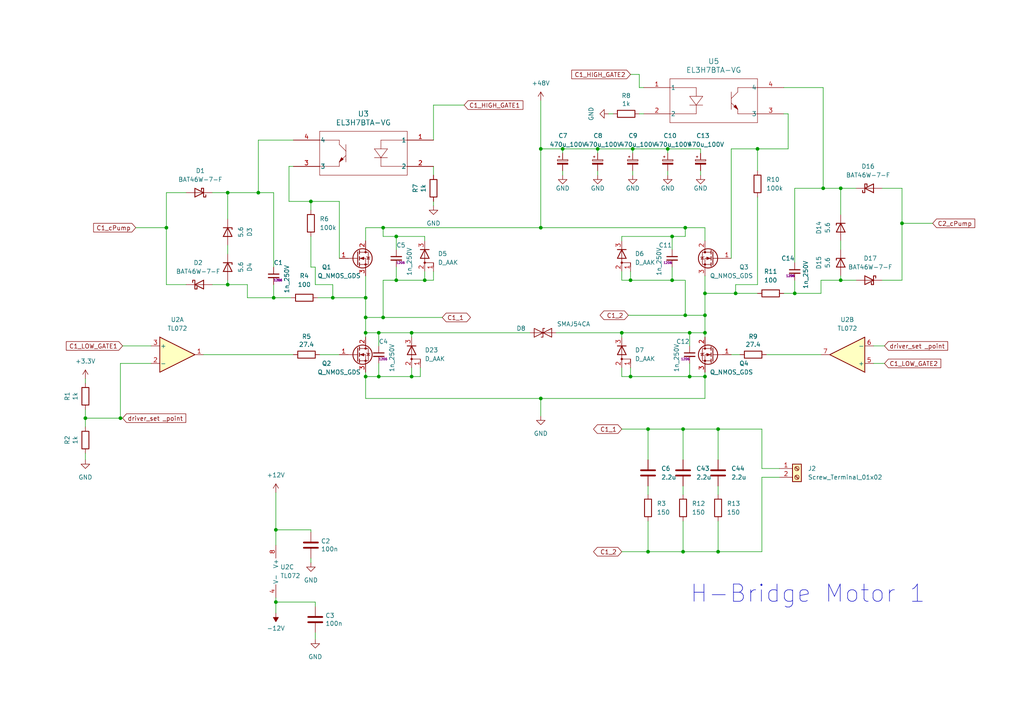
<source format=kicad_sch>
(kicad_sch (version 20231120) (generator "eeschema") (generator_version "8.0")
  (paper "A4")
  (lib_symbols
    (symbol "Amplifier_Operational:TL072" (pin_names (offset 0.127))
      (property "Reference" "U" (at 0 5.08 0))
      (property "Value" "TL072" (at 0 -5.08 0))
      (symbol "TL072_1_1"
        (polyline (pts (xy -5.08 5.08) (xy 5.08 0) (xy -5.08 -5.08) (xy -5.08 5.08)) (stroke (width 0.254)) (fill (type background)))
        (pin output line (at 7.62 0 180) (length 2.54) (name "~") (number "1"))
        (pin input line (at -7.62 -2.54 0) (length 2.54) (name "-") (number "2"))
        (pin input line (at -7.62 2.54 0) (length 2.54) (name "+") (number "3"))
      )
      (symbol "TL072_2_1"
        (polyline (pts (xy -5.08 5.08) (xy 5.08 0) (xy -5.08 -5.08) (xy -5.08 5.08)) (stroke (width 0.254)) (fill (type background)))
        (pin input line (at -7.62 2.54 0) (length 2.54) (name "+") (number "5"))
        (pin input line (at -7.62 -2.54 0) (length 2.54) (name "-") (number "6"))
        (pin output line (at 7.62 0 180) (length 2.54) (name "~") (number "7"))
      )
      (symbol "TL072_3_1"
        (pin power_in line (at -2.54 -7.62 90) (length 3.81) (name "V-") (number "4"))
        (pin power_in line (at -2.54 7.62 270) (length 3.81) (name "V+") (number "8"))
      )
    )
    (symbol "Connector:Screw_Terminal_01x02" (pin_names (offset 1.016) hide)
      (property "Reference" "J" (at 0 2.54 0))
      (property "Value" "Screw_Terminal_01x02" (at 0 -5.08 0))
      (symbol "Screw_Terminal_01x02_1_1"
        (rectangle (start -1.27 1.27) (end 1.27 -3.81) (stroke (width 0.254)) (fill (type background)))
        (circle (center 0 -2.54) (radius 0.635) (stroke (width 0.1524)))
        (polyline (pts (xy -0.5334 -2.2098) (xy 0.3302 -3.048)) (stroke (width 0.1524)))
        (polyline (pts (xy -0.5334 0.3302) (xy 0.3302 -0.508)) (stroke (width 0.1524)))
        (polyline (pts (xy -0.3556 -2.032) (xy 0.508 -2.8702)) (stroke (width 0.1524)))
        (polyline (pts (xy -0.3556 0.508) (xy 0.508 -0.3302)) (stroke (width 0.1524)))
        (circle (center 0 0) (radius 0.635) (stroke (width 0.1524)))
        (pin passive line (at -5.08 0 0) (length 3.81) (name "Pin_1") (number "1"))
        (pin passive line (at -5.08 -2.54 0) (length 3.81) (name "Pin_2") (number "2"))
      )
    )
    (symbol "DCI_BDCC01:1n_250V_C915351" (pin_numbers hide) (pin_names (offset 0.254) hide)
      (property "Reference" "C" (at 0.254 1.778 0))
      (property "Value" "1n_250V" (at 0.254 -2.032 0))
      (property "Size" "1206" (at 1.27 -1.27 0))
      (symbol "1n_250V_C915351_0_1"
        (polyline (pts (xy -1.524 -0.508) (xy 1.524 -0.508)) (stroke (width 0.3302)))
        (polyline (pts (xy -1.524 0.508) (xy 1.524 0.508)) (stroke (width 0.3048)))
      )
      (symbol "1n_250V_C915351_1_1"
        (pin passive line (at 0 2.54 270) (length 2.032) (name "~") (number "1"))
        (pin passive line (at 0 -2.54 90) (length 2.032) (name "~") (number "2"))
      )
    )
    (symbol "DCI_BDCC01:330u_35V_C72510" (pin_numbers hide) (pin_names (offset 0.254) hide)
      (property "Reference" "C" (at 0.254 1.778 0))
      (property "Value" "330u_35V" (at 0.254 -2.032 0))
      (symbol "330u_35V_C72510_0_1"
        (rectangle (start -1.524 -0.3048) (end 1.524 -0.6858) (fill (type outline)))
        (rectangle (start -1.524 0.6858) (end 1.524 0.3048))
        (polyline (pts (xy -1.27 1.524) (xy -0.762 1.524)))
        (polyline (pts (xy -1.016 1.27) (xy -1.016 1.778)))
      )
      (symbol "330u_35V_C72510_1_1"
        (pin passive line (at 0 2.54 270) (length 1.8542) (name "~") (number "1"))
        (pin passive line (at 0 -2.54 90) (length 1.8542) (name "~") (number "2"))
      )
    )
    (symbol "DCI_BDCC01:SMCJ24CA_C707996" (pin_numbers hide) (pin_names (offset 1.016) hide)
      (property "Reference" "D" (at 0 2.54 0))
      (property "Value" "SMCJ24CA" (at 0 -2.54 0))
      (symbol "SMCJ24CA_C707996_0_1"
        (polyline (pts (xy 1.27 0) (xy -1.27 0)))
        (polyline (pts (xy -2.54 -1.27) (xy 0 0) (xy -2.54 1.27) (xy -2.54 -1.27)) (stroke (width 0.2032)))
        (polyline (pts (xy 0.508 1.27) (xy 0 1.27) (xy 0 -1.27) (xy -0.508 -1.27)) (stroke (width 0.2032)))
        (polyline (pts (xy 2.54 1.27) (xy 2.54 -1.27) (xy 0 0) (xy 2.54 1.27)) (stroke (width 0.2032)))
      )
      (symbol "SMCJ24CA_C707996_1_1"
        (pin passive line (at -3.81 0 0) (length 2.54) (name "A1") (number "1"))
        (pin passive line (at 3.81 0 180) (length 2.54) (name "A2") (number "2"))
      )
    )
    (symbol "Device:C" (pin_numbers hide) (pin_names (offset 0.254))
      (property "Reference" "C" (at 0.635 2.54 0))
      (property "Value" "C" (at 0.635 -2.54 0))
      (symbol "C_0_1"
        (polyline (pts (xy -2.032 -0.762) (xy 2.032 -0.762)) (stroke (width 0.508)))
        (polyline (pts (xy -2.032 0.762) (xy 2.032 0.762)) (stroke (width 0.508)))
      )
      (symbol "C_1_1"
        (pin passive line (at 0 3.81 270) (length 2.794) (name "~") (number "1"))
        (pin passive line (at 0 -3.81 90) (length 2.794) (name "~") (number "2"))
      )
    )
    (symbol "Device:D_AAK" (pin_names (offset 0) hide)
      (property "Reference" "D" (at 0 2.54 0))
      (property "Value" "D_AAK" (at 0 -2.54 0))
      (symbol "D_AAK_0_1"
        (polyline (pts (xy -1.27 1.27) (xy -1.27 -1.27)) (stroke (width 0.254)))
        (polyline (pts (xy 1.27 1.27) (xy 1.27 -1.27) (xy -1.27 0) (xy 1.27 1.27)) (stroke (width 0.254)))
        (polyline (pts (xy 3.81 2.54) (xy 2.54 2.54) (xy 2.54 0) (xy -1.27 0)))
        (circle (center 2.54 0) (radius 0.254) (fill (type outline)))
      )
      (symbol "D_AAK_1_1"
        (pin passive line (at 5.08 2.54 180) (length 2.54) (name "A") (number "1"))
        (pin passive line (at 5.08 0 180) (length 2.54) (name "A") (number "2"))
        (pin passive line (at -3.81 0 0) (length 2.54) (name "K") (number "3"))
      )
    )
    (symbol "Device:D_Schottky" (pin_numbers hide) (pin_names (offset 1.016) hide)
      (property "Reference" "D" (at 0 2.54 0))
      (property "Value" "D_Schottky" (at 0 -2.54 0))
      (symbol "D_Schottky_0_1"
        (polyline (pts (xy 1.27 0) (xy -1.27 0)))
        (polyline (pts (xy 1.27 1.27) (xy 1.27 -1.27) (xy -1.27 0) (xy 1.27 1.27)) (stroke (width 0.254)))
        (polyline (pts (xy -1.905 0.635) (xy -1.905 1.27) (xy -1.27 1.27) (xy -1.27 -1.27) (xy -0.635 -1.27) (xy -0.635 -0.635)) (stroke (width 0.254)))
      )
      (symbol "D_Schottky_1_1"
        (pin passive line (at -3.81 0 0) (length 2.54) (name "K") (number "1"))
        (pin passive line (at 3.81 0 180) (length 2.54) (name "A") (number "2"))
      )
    )
    (symbol "Device:D_Zener" (pin_numbers hide) (pin_names (offset 1.016) hide)
      (property "Reference" "D" (at 0 2.54 0))
      (property "Value" "D_Zener" (at 0 -2.54 0))
      (symbol "D_Zener_0_1"
        (polyline (pts (xy 1.27 0) (xy -1.27 0)))
        (polyline (pts (xy -1.27 -1.27) (xy -1.27 1.27) (xy -0.762 1.27)) (stroke (width 0.254)))
        (polyline (pts (xy 1.27 -1.27) (xy 1.27 1.27) (xy -1.27 0) (xy 1.27 -1.27)) (stroke (width 0.254)))
      )
      (symbol "D_Zener_1_1"
        (pin passive line (at -3.81 0 0) (length 2.54) (name "K") (number "1"))
        (pin passive line (at 3.81 0 180) (length 2.54) (name "A") (number "2"))
      )
    )
    (symbol "Device:Q_NMOS_GDS" (pin_names (offset 0) hide)
      (property "Reference" "Q" (at 5.08 1.27 0))
      (property "Value" "Q_NMOS_GDS" (at 5.08 -1.27 0))
      (symbol "Q_NMOS_GDS_0_1"
        (polyline (pts (xy 0.254 0) (xy -2.54 0)))
        (polyline (pts (xy 0.254 1.905) (xy 0.254 -1.905)) (stroke (width 0.254)))
        (polyline (pts (xy 0.762 -1.27) (xy 0.762 -2.286)) (stroke (width 0.254)))
        (polyline (pts (xy 0.762 0.508) (xy 0.762 -0.508)) (stroke (width 0.254)))
        (polyline (pts (xy 0.762 2.286) (xy 0.762 1.27)) (stroke (width 0.254)))
        (polyline (pts (xy 2.54 2.54) (xy 2.54 1.778)))
        (polyline (pts (xy 2.54 -2.54) (xy 2.54 0) (xy 0.762 0)))
        (polyline (pts (xy 0.762 -1.778) (xy 3.302 -1.778) (xy 3.302 1.778) (xy 0.762 1.778)))
        (polyline (pts (xy 1.016 0) (xy 2.032 0.381) (xy 2.032 -0.381) (xy 1.016 0)) (fill (type outline)))
        (polyline (pts (xy 2.794 0.508) (xy 2.921 0.381) (xy 3.683 0.381) (xy 3.81 0.254)))
        (polyline (pts (xy 3.302 0.381) (xy 2.921 -0.254) (xy 3.683 -0.254) (xy 3.302 0.381)))
        (circle (center 1.651 0) (radius 2.794) (stroke (width 0.254)))
        (circle (center 2.54 -1.778) (radius 0.254) (fill (type outline)))
        (circle (center 2.54 1.778) (radius 0.254) (fill (type outline)))
      )
      (symbol "Q_NMOS_GDS_1_1"
        (pin input line (at -5.08 0 0) (length 2.54) (name "G") (number "1"))
        (pin passive line (at 2.54 5.08 270) (length 2.54) (name "D") (number "2"))
        (pin passive line (at 2.54 -5.08 90) (length 2.54) (name "S") (number "3"))
      )
    )
    (symbol "Device:R" (pin_numbers hide) (pin_names (offset 0))
      (property "Reference" "R" (at 2.032 0 90))
      (property "Value" "R" (at 0 0 90))
      (symbol "R_0_1"
        (rectangle (start -1.016 -2.54) (end 1.016 2.54) (stroke (width 0.254)))
      )
      (symbol "R_1_1"
        (pin passive line (at 0 3.81 270) (length 1.27) (name "~") (number "1"))
        (pin passive line (at 0 -3.81 90) (length 1.27) (name "~") (number "2"))
      )
    )
    (symbol "OpenPEMF_sym:EL3H7BTA-VG" (pin_names (offset 0.254))
      (property "Reference" "U" (at 20.32 10.16 0))
      (property "Value" "EL3H7BTA-VG" (at 20.32 7.62 0))
      (symbol "EL3H7BTA-VG_0_1"
        (polyline (pts (xy 7.62 -7.62) (xy 33.02 -7.62)) (stroke (width 0.127)))
        (polyline (pts (xy 7.62 -5.08) (xy 15.24 -5.08)) (stroke (width 0.127)))
        (polyline (pts (xy 7.62 2.54) (xy 15.24 2.54)) (stroke (width 0.127)))
        (polyline (pts (xy 7.62 5.08) (xy 7.62 -7.62)) (stroke (width 0.127)))
        (polyline (pts (xy 13.335 -2.54) (xy 17.145 -2.54)) (stroke (width 0.127)))
        (polyline (pts (xy 13.335 0) (xy 17.145 0)) (stroke (width 0.127)))
        (polyline (pts (xy 15.24 -5.08) (xy 15.24 -2.54)) (stroke (width 0.127)))
        (polyline (pts (xy 15.24 -2.54) (xy 13.335 0)) (stroke (width 0.127)))
        (polyline (pts (xy 15.24 -2.54) (xy 17.145 0)) (stroke (width 0.127)))
        (polyline (pts (xy 15.24 2.54) (xy 15.24 0)) (stroke (width 0.127)))
        (polyline (pts (xy 25.4 -3.175) (xy 25.4 -3.81)) (stroke (width 0.127)))
        (polyline (pts (xy 25.4 -1.905) (xy 27.305 -3.81)) (stroke (width 0.127)))
        (polyline (pts (xy 25.4 -0.635) (xy 25.4 -3.175)) (stroke (width 0.127)))
        (polyline (pts (xy 25.4 -0.635) (xy 25.4 1.27)) (stroke (width 0.127)))
        (polyline (pts (xy 26.162 -3.048) (xy 27.305 -3.81)) (stroke (width 0.127)))
        (polyline (pts (xy 26.67 -2.54) (xy 26.162 -3.048)) (stroke (width 0.127)))
        (polyline (pts (xy 27.305 -5.08) (xy 27.305 -3.81)) (stroke (width 0.127)))
        (polyline (pts (xy 27.305 -3.81) (xy 26.67 -2.54)) (stroke (width 0.127)))
        (polyline (pts (xy 27.305 1.27) (xy 25.4 -0.635)) (stroke (width 0.127)))
        (polyline (pts (xy 27.305 2.54) (xy 27.305 1.27)) (stroke (width 0.127)))
        (polyline (pts (xy 33.02 -7.62) (xy 33.02 5.08)) (stroke (width 0.127)))
        (polyline (pts (xy 33.02 -5.08) (xy 27.305 -5.08)) (stroke (width 0.127)))
        (polyline (pts (xy 33.02 2.54) (xy 27.305 2.54)) (stroke (width 0.127)))
        (polyline (pts (xy 33.02 5.08) (xy 7.62 5.08)) (stroke (width 0.127)))
        (polyline (pts (xy 26.162 -3.048) (xy 26.67 -2.54) (xy 27.305 -3.81)) (fill (type outline)))
        (pin unspecified line (at 0 2.54 0) (length 7.62) (name "1") (number "1"))
        (pin unspecified line (at 0 -5.08 0) (length 7.62) (name "2") (number "2"))
        (pin unspecified line (at 40.64 -5.08 180) (length 7.62) (name "3") (number "3"))
        (pin unspecified line (at 40.64 2.54 180) (length 7.62) (name "4") (number "4"))
      )
    )
    (symbol "power:+12V" (power) (pin_names (offset 0))
      (property "Value" "+12V" (at 0 3.556 0))
      (symbol "+12V_0_1"
        (polyline (pts (xy -0.762 1.27) (xy 0 2.54)))
        (polyline (pts (xy 0 0) (xy 0 2.54)))
        (polyline (pts (xy 0 2.54) (xy 0.762 1.27)))
      )
      (symbol "+12V_1_1"
        (pin power_in line (at 0 0 90) (length 0) hide (name "+12V") (number "1"))
      )
    )
    (symbol "power:+3.3V" (power) (pin_names (offset 0))
      (property "Value" "+3.3V" (at 0 3.556 0))
      (symbol "+3.3V_0_1"
        (polyline (pts (xy -0.762 1.27) (xy 0 2.54)))
        (polyline (pts (xy 0 0) (xy 0 2.54)))
        (polyline (pts (xy 0 2.54) (xy 0.762 1.27)))
      )
      (symbol "+3.3V_1_1"
        (pin power_in line (at 0 0 90) (length 0) hide (name "+3.3V") (number "1"))
      )
    )
    (symbol "power:+48V" (power) (pin_names (offset 0))
      (property "Value" "+48V" (at 0 3.556 0))
      (symbol "+48V_0_1"
        (polyline (pts (xy -0.762 1.27) (xy 0 2.54)))
        (polyline (pts (xy 0 0) (xy 0 2.54)))
        (polyline (pts (xy 0 2.54) (xy 0.762 1.27)))
      )
      (symbol "+48V_1_1"
        (pin power_in line (at 0 0 90) (length 0) hide (name "+48V") (number "1"))
      )
    )
    (symbol "power:-12V" (power) (pin_names (offset 0))
      (property "Value" "-12V" (at 0 3.81 0))
      (symbol "-12V_0_0"
        (pin power_in line (at 0 0 90) (length 0) hide (name "-12V") (number "1"))
      )
      (symbol "-12V_0_1"
        (polyline (pts (xy 0 0) (xy 0 1.27) (xy 0.762 1.27) (xy 0 2.54) (xy -0.762 1.27) (xy 0 1.27)) (fill (type outline)))
      )
    )
    (symbol "power:GND" (power) (pin_names (offset 0))
      (property "Value" "GND" (at 0 -3.81 0))
      (symbol "GND_0_1"
        (polyline (pts (xy 0 0) (xy 0 -1.27) (xy 1.27 -1.27) (xy 0 -2.54) (xy -1.27 -1.27) (xy 0 -1.27)))
      )
      (symbol "GND_1_1"
        (pin power_in line (at 0 0 270) (length 0) hide (name "GND") (number "1"))
      )
    )
  )
  (junction (at 156.845 43.18))
  (junction (at 183.515 43.18))
  (junction (at 243.84 81.28))
  (junction (at 230.505 85.09))
  (junction (at 48.26 66.04))
  (junction (at 66.04 82.55))
  (junction (at 111.125 92.075))
  (junction (at 119.38 96.52))
  (junction (at 204.47 96.52))
  (junction (at 109.855 96.52))
  (junction (at 80.01 174.625))
  (junction (at 200.025 96.52))
  (junction (at 187.96 124.46))
  (junction (at 198.12 160.02))
  (junction (at 123.19 81.28))
  (junction (at 34.925 121.285))
  (junction (at 24.765 121.285))
  (junction (at 238.76 54.61))
  (junction (at 208.28 160.02))
  (junction (at 204.47 91.44))
  (junction (at 80.01 153.67))
  (junction (at 173.355 43.18))
  (junction (at 79.375 86.36))
  (junction (at 198.755 66.04))
  (junction (at 208.28 124.46))
  (junction (at 180.34 96.52))
  (junction (at 106.045 86.36))
  (junction (at 204.47 85.09))
  (junction (at 156.845 66.04))
  (junction (at 106.045 109.22))
  (junction (at 204.47 109.22))
  (junction (at 66.04 55.88))
  (junction (at 200.025 109.22))
  (junction (at 106.045 96.52))
  (junction (at 119.38 109.22))
  (junction (at 109.855 109.22))
  (junction (at 156.845 115.57))
  (junction (at 198.755 91.44))
  (junction (at 194.945 81.28))
  (junction (at 90.17 58.42))
  (junction (at 261.62 64.77))
  (junction (at 193.675 43.18))
  (junction (at 106.045 92.075))
  (junction (at 114.935 68.58))
  (junction (at 187.96 160.02))
  (junction (at 111.125 66.04))
  (junction (at 182.88 81.28))
  (junction (at 74.93 55.88))
  (junction (at 198.12 124.46))
  (junction (at 114.935 81.28))
  (junction (at 194.945 68.58))
  (junction (at 243.84 54.61))
  (junction (at 213.36 85.09))
  (junction (at 219.71 43.18))
  (junction (at 96.52 86.36))
  (junction (at 182.88 109.22))
  (junction (at 163.195 43.18))
  (wire (pts (xy 114.935 77.47) (xy 114.935 81.28)))
  (wire (pts (xy 125.73 30.48) (xy 134.62 30.48)))
  (wire (pts (xy 180.34 78.74) (xy 180.34 81.28)))
  (wire (pts (xy 119.38 106.68) (xy 119.38 109.22)))
  (wire (pts (xy 111.125 68.58) (xy 114.935 68.58)))
  (wire (pts (xy 90.17 58.42) (xy 98.425 58.42)))
  (wire (pts (xy 121.92 109.22) (xy 119.38 109.22)))
  (wire (pts (xy 66.04 71.12) (xy 66.04 73.66)))
  (wire (pts (xy 91.44 77.47) (xy 91.44 82.55)))
  (wire (pts (xy 125.73 78.74) (xy 125.73 81.28)))
  (wire (pts (xy 208.28 140.97) (xy 208.28 143.51)))
  (wire (pts (xy 71.755 86.36) (xy 79.375 86.36)))
  (wire (pts (xy 248.285 81.28) (xy 243.84 81.28)))
  (wire (pts (xy 90.17 77.47) (xy 91.44 77.47)))
  (wire (pts (xy 182.245 91.44) (xy 198.755 91.44)))
  (wire (pts (xy 61.595 82.55) (xy 66.04 82.55)))
  (wire (pts (xy 111.125 81.28) (xy 111.125 92.075)))
  (wire (pts (xy 66.04 55.88) (xy 74.93 55.88)))
  (wire (pts (xy 24.765 118.745) (xy 24.765 121.285)))
  (wire (pts (xy 163.195 43.18) (xy 173.355 43.18)))
  (wire (pts (xy 71.755 82.55) (xy 71.755 86.36)))
  (wire (pts (xy 261.62 54.61) (xy 261.62 64.77)))
  (wire (pts (xy 111.125 66.04) (xy 156.845 66.04)))
  (wire (pts (xy 183.515 43.18) (xy 183.515 44.45)))
  (wire (pts (xy 204.47 96.52) (xy 200.025 96.52)))
  (wire (pts (xy 79.375 82.55) (xy 79.375 86.36)))
  (wire (pts (xy 125.73 58.42) (xy 125.73 59.69)))
  (wire (pts (xy 261.62 64.77) (xy 270.51 64.77)))
  (wire (pts (xy 125.73 30.48) (xy 125.73 40.64)))
  (wire (pts (xy 193.675 43.18) (xy 193.675 44.45)))
  (wire (pts (xy 194.945 68.58) (xy 194.945 72.39)))
  (wire (pts (xy 193.675 49.53) (xy 193.675 50.8)))
  (wire (pts (xy 219.71 43.18) (xy 219.71 49.53)))
  (wire (pts (xy 261.62 54.61) (xy 255.905 54.61)))
  (wire (pts (xy 80.01 174.625) (xy 80.01 177.8)))
  (wire (pts (xy 243.84 54.61) (xy 243.84 62.23)))
  (wire (pts (xy 204.47 66.04) (xy 204.47 69.85)))
  (wire (pts (xy 35.56 100.33) (xy 43.815 100.33)))
  (wire (pts (xy 156.845 43.18) (xy 156.845 66.04)))
  (wire (pts (xy 194.945 81.28) (xy 198.755 81.28)))
  (wire (pts (xy 48.26 55.88) (xy 48.26 66.04)))
  (wire (pts (xy 173.355 43.18) (xy 183.515 43.18)))
  (wire (pts (xy 182.88 109.22) (xy 180.34 109.22)))
  (wire (pts (xy 230.505 54.61) (xy 230.505 76.2)))
  (wire (pts (xy 123.19 68.58) (xy 114.935 68.58)))
  (wire (pts (xy 198.755 81.28) (xy 198.755 91.44)))
  (wire (pts (xy 230.505 85.09) (xy 227.33 85.09)))
  (wire (pts (xy 204.47 80.01) (xy 204.47 85.09)))
  (wire (pts (xy 91.44 175.895) (xy 91.44 174.625)))
  (wire (pts (xy 204.47 115.57) (xy 204.47 109.22)))
  (wire (pts (xy 220.98 135.89) (xy 226.06 135.89)))
  (wire (pts (xy 121.92 106.68) (xy 121.92 109.22)))
  (wire (pts (xy 198.755 66.04) (xy 198.755 68.58)))
  (wire (pts (xy 66.04 82.55) (xy 71.755 82.55)))
  (wire (pts (xy 123.19 81.28) (xy 125.73 81.28)))
  (wire (pts (xy 114.935 81.28) (xy 123.19 81.28)))
  (wire (pts (xy 200.025 96.52) (xy 200.025 100.33)))
  (wire (pts (xy 106.045 96.52) (xy 109.855 96.52)))
  (wire (pts (xy 106.045 92.075) (xy 111.125 92.075)))
  (wire (pts (xy 187.96 140.97) (xy 187.96 143.51)))
  (wire (pts (xy 98.425 58.42) (xy 98.425 74.93)))
  (wire (pts (xy 204.47 85.09) (xy 204.47 91.44)))
  (wire (pts (xy 163.195 49.53) (xy 163.195 50.8)))
  (wire (pts (xy 212.09 43.18) (xy 212.09 74.93)))
  (wire (pts (xy 219.71 82.55) (xy 213.36 82.55)))
  (wire (pts (xy 187.96 124.46) (xy 187.96 133.35)))
  (wire (pts (xy 198.755 66.04) (xy 204.47 66.04)))
  (wire (pts (xy 203.2 43.18) (xy 203.2 44.45)))
  (wire (pts (xy 34.925 121.285) (xy 35.56 121.285)))
  (wire (pts (xy 200.025 105.41) (xy 200.025 109.22)))
  (wire (pts (xy 156.845 115.57) (xy 204.47 115.57)))
  (wire (pts (xy 173.355 43.18) (xy 173.355 44.45)))
  (wire (pts (xy 198.755 91.44) (xy 204.47 91.44)))
  (wire (pts (xy 91.44 183.515) (xy 91.44 185.42)))
  (wire (pts (xy 238.125 81.28) (xy 238.125 85.09)))
  (wire (pts (xy 92.71 102.87) (xy 98.425 102.87)))
  (wire (pts (xy 48.26 55.88) (xy 53.975 55.88)))
  (wire (pts (xy 156.845 115.57) (xy 156.845 120.65)))
  (wire (pts (xy 238.76 25.4) (xy 238.76 54.61)))
  (wire (pts (xy 90.17 58.42) (xy 90.17 60.96)))
  (wire (pts (xy 85.09 48.26) (xy 83.82 48.26)))
  (wire (pts (xy 227.33 33.02) (xy 228.6 33.02)))
  (wire (pts (xy 182.88 81.28) (xy 180.34 81.28)))
  (wire (pts (xy 106.045 96.52) (xy 106.045 97.79)))
  (wire (pts (xy 90.17 161.925) (xy 90.17 163.195)))
  (wire (pts (xy 238.125 85.09) (xy 230.505 85.09)))
  (wire (pts (xy 114.935 81.28) (xy 111.125 81.28)))
  (wire (pts (xy 180.34 124.46) (xy 187.96 124.46)))
  (wire (pts (xy 61.595 55.88) (xy 66.04 55.88)))
  (wire (pts (xy 185.42 33.02) (xy 186.69 33.02)))
  (wire (pts (xy 106.045 115.57) (xy 156.845 115.57)))
  (wire (pts (xy 194.945 77.47) (xy 194.945 81.28)))
  (wire (pts (xy 204.47 96.52) (xy 204.47 97.79)))
  (wire (pts (xy 96.52 82.55) (xy 96.52 86.36)))
  (wire (pts (xy 96.52 86.36) (xy 106.045 86.36)))
  (wire (pts (xy 185.42 25.4) (xy 186.69 25.4)))
  (wire (pts (xy 182.88 78.74) (xy 182.88 81.28)))
  (wire (pts (xy 177.8 33.02) (xy 176.53 33.02)))
  (wire (pts (xy 123.19 78.74) (xy 123.19 81.28)))
  (wire (pts (xy 180.34 106.68) (xy 180.34 109.22)))
  (wire (pts (xy 109.855 96.52) (xy 109.855 100.33)))
  (wire (pts (xy 156.845 29.21) (xy 156.845 43.18)))
  (wire (pts (xy 198.755 68.58) (xy 194.945 68.58)))
  (wire (pts (xy 182.88 109.22) (xy 200.025 109.22)))
  (wire (pts (xy 80.01 174.625) (xy 91.44 174.625)))
  (wire (pts (xy 80.01 153.67) (xy 80.01 158.115)))
  (wire (pts (xy 220.98 160.02) (xy 220.98 138.43)))
  (wire (pts (xy 80.01 173.355) (xy 80.01 174.625)))
  (wire (pts (xy 253.365 105.41) (xy 256.54 105.41)))
  (wire (pts (xy 185.42 21.59) (xy 185.42 25.4)))
  (wire (pts (xy 230.505 81.28) (xy 230.505 85.09)))
  (wire (pts (xy 83.82 58.42) (xy 90.17 58.42)))
  (wire (pts (xy 220.98 138.43) (xy 226.06 138.43)))
  (wire (pts (xy 213.36 85.09) (xy 219.71 85.09)))
  (wire (pts (xy 204.47 85.09) (xy 213.36 85.09)))
  (wire (pts (xy 90.17 154.305) (xy 90.17 153.67)))
  (wire (pts (xy 109.855 96.52) (xy 119.38 96.52)))
  (wire (pts (xy 208.28 160.02) (xy 220.98 160.02)))
  (wire (pts (xy 180.34 96.52) (xy 180.34 97.79)))
  (wire (pts (xy 253.365 100.33) (xy 256.54 100.33)))
  (wire (pts (xy 119.38 96.52) (xy 119.38 97.79)))
  (wire (pts (xy 53.975 82.55) (xy 48.26 82.55)))
  (wire (pts (xy 243.84 81.28) (xy 238.125 81.28)))
  (wire (pts (xy 238.76 54.61) (xy 230.505 54.61)))
  (wire (pts (xy 39.37 66.04) (xy 48.26 66.04)))
  (wire (pts (xy 255.905 81.28) (xy 261.62 81.28)))
  (wire (pts (xy 66.04 55.88) (xy 66.04 63.5)))
  (wire (pts (xy 91.44 82.55) (xy 96.52 82.55)))
  (wire (pts (xy 24.765 131.445) (xy 24.765 133.35)))
  (wire (pts (xy 109.855 105.41) (xy 109.855 109.22)))
  (wire (pts (xy 243.84 54.61) (xy 238.76 54.61)))
  (wire (pts (xy 243.84 69.85) (xy 243.84 72.39)))
  (wire (pts (xy 80.01 142.875) (xy 80.01 153.67)))
  (wire (pts (xy 106.045 107.95) (xy 106.045 109.22)))
  (wire (pts (xy 79.375 55.88) (xy 79.375 77.47)))
  (wire (pts (xy 90.17 68.58) (xy 90.17 77.47)))
  (wire (pts (xy 24.765 121.285) (xy 24.765 123.825)))
  (wire (pts (xy 180.34 68.58) (xy 194.945 68.58)))
  (wire (pts (xy 106.045 80.01) (xy 106.045 86.36)))
  (wire (pts (xy 83.82 48.26) (xy 83.82 58.42)))
  (wire (pts (xy 48.26 66.04) (xy 48.26 82.55)))
  (wire (pts (xy 182.88 21.59) (xy 185.42 21.59)))
  (wire (pts (xy 106.045 66.04) (xy 106.045 69.85)))
  (wire (pts (xy 198.12 124.46) (xy 208.28 124.46)))
  (wire (pts (xy 228.6 33.02) (xy 228.6 43.18)))
  (wire (pts (xy 198.12 160.02) (xy 208.28 160.02)))
  (wire (pts (xy 24.765 109.855) (xy 24.765 111.125)))
  (wire (pts (xy 208.28 124.46) (xy 208.28 133.35)))
  (wire (pts (xy 109.855 109.22) (xy 106.045 109.22)))
  (wire (pts (xy 34.925 105.41) (xy 43.815 105.41)))
  (wire (pts (xy 180.34 68.58) (xy 180.34 69.85)))
  (wire (pts (xy 220.98 124.46) (xy 220.98 135.89)))
  (wire (pts (xy 106.045 66.04) (xy 111.125 66.04)))
  (wire (pts (xy 213.36 82.55) (xy 213.36 85.09)))
  (wire (pts (xy 59.055 102.87) (xy 85.09 102.87)))
  (wire (pts (xy 198.12 151.13) (xy 198.12 160.02)))
  (wire (pts (xy 183.515 49.53) (xy 183.515 50.8)))
  (wire (pts (xy 208.28 124.46) (xy 220.98 124.46)))
  (wire (pts (xy 219.71 57.15) (xy 219.71 82.55)))
  (wire (pts (xy 187.96 124.46) (xy 198.12 124.46)))
  (wire (pts (xy 92.075 86.36) (xy 96.52 86.36)))
  (wire (pts (xy 125.73 48.26) (xy 125.73 50.8)))
  (wire (pts (xy 227.33 25.4) (xy 238.76 25.4)))
  (wire (pts (xy 228.6 43.18) (xy 219.71 43.18)))
  (wire (pts (xy 111.125 66.04) (xy 111.125 68.58)))
  (wire (pts (xy 66.04 82.55) (xy 66.04 81.28)))
  (wire (pts (xy 80.01 153.67) (xy 90.17 153.67)))
  (wire (pts (xy 180.34 160.02) (xy 187.96 160.02)))
  (wire (pts (xy 109.855 109.22) (xy 119.38 109.22)))
  (wire (pts (xy 219.71 43.18) (xy 212.09 43.18)))
  (wire (pts (xy 180.34 96.52) (xy 200.025 96.52)))
  (wire (pts (xy 183.515 43.18) (xy 193.675 43.18)))
  (wire (pts (xy 74.93 40.64) (xy 85.09 40.64)))
  (wire (pts (xy 212.09 102.87) (xy 214.63 102.87)))
  (wire (pts (xy 74.93 55.88) (xy 79.375 55.88)))
  (wire (pts (xy 182.88 81.28) (xy 194.945 81.28)))
  (wire (pts (xy 161.29 96.52) (xy 180.34 96.52)))
  (wire (pts (xy 222.25 102.87) (xy 238.125 102.87)))
  (wire (pts (xy 34.925 105.41) (xy 34.925 121.285)))
  (wire (pts (xy 261.62 64.77) (xy 261.62 81.28)))
  (wire (pts (xy 163.195 43.18) (xy 156.845 43.18)))
  (wire (pts (xy 198.12 140.97) (xy 198.12 143.51)))
  (wire (pts (xy 187.96 160.02) (xy 198.12 160.02)))
  (wire (pts (xy 156.845 66.04) (xy 198.755 66.04)))
  (wire (pts (xy 106.045 86.36) (xy 106.045 92.075)))
  (wire (pts (xy 187.96 151.13) (xy 187.96 160.02)))
  (wire (pts (xy 248.285 54.61) (xy 243.84 54.61)))
  (wire (pts (xy 79.375 86.36) (xy 84.455 86.36)))
  (wire (pts (xy 111.125 92.075) (xy 128.27 92.075)))
  (wire (pts (xy 106.045 92.075) (xy 106.045 96.52)))
  (wire (pts (xy 163.195 44.45) (xy 163.195 43.18)))
  (wire (pts (xy 203.2 49.53) (xy 203.2 50.8)))
  (wire (pts (xy 208.28 151.13) (xy 208.28 160.02)))
  (wire (pts (xy 243.84 81.28) (xy 243.84 80.01)))
  (wire (pts (xy 123.19 68.58) (xy 123.19 69.85)))
  (wire (pts (xy 106.045 109.22) (xy 106.045 115.57)))
  (wire (pts (xy 204.47 91.44) (xy 204.47 96.52)))
  (wire (pts (xy 198.12 124.46) (xy 198.12 133.35)))
  (wire (pts (xy 74.93 55.88) (xy 74.93 40.64)))
  (wire (pts (xy 182.88 106.68) (xy 182.88 109.22)))
  (wire (pts (xy 204.47 109.22) (xy 204.47 107.95)))
  (wire (pts (xy 200.025 109.22) (xy 204.47 109.22)))
  (wire (pts (xy 173.355 49.53) (xy 173.355 50.8)))
  (wire (pts (xy 193.675 43.18) (xy 203.2 43.18)))
  (wire (pts (xy 114.935 68.58) (xy 114.935 72.39)))
  (wire (pts (xy 119.38 96.52) (xy 153.67 96.52)))
  (wire (pts (xy 34.925 121.285) (xy 24.765 121.285)))
  (text "H-Bridge Motor 1" (at 200.025 175.26 0) (effects (font (size 5 5)) (justify left bottom)))
  (global_label "C1_LOW_GATE1" (shape input) (at 35.56 100.33 180) (property "Intersheetrefs" "${INTERSHEET_REFS}" (effects (hide yes))))
  (global_label "C1_1" (shape tri_state) (at 128.27 92.075 0) (property "Intersheetrefs" "${INTERSHEET_REFS}" (effects (hide yes))))
  (global_label "C1_1" (shape tri_state) (at 180.34 124.46 180) (property "Intersheetrefs" "${INTERSHEET_REFS}" (effects (hide yes))))
  (global_label "C1_2" (shape tri_state) (at 180.34 160.02 180) (property "Intersheetrefs" "${INTERSHEET_REFS}" (effects (hide yes))))
  (global_label "driver_set _point" (shape input) (at 256.54 100.33 0) (property "Intersheetrefs" "${INTERSHEET_REFS}" (effects (hide yes))))
  (global_label "C1_2" (shape tri_state) (at 182.245 91.44 180) (property "Intersheetrefs" "${INTERSHEET_REFS}" (effects (hide yes))))
  (global_label "C1_HIGH_GATE1" (shape input) (at 134.62 30.48 0) (property "Intersheetrefs" "${INTERSHEET_REFS}" (effects (hide yes))))
  (global_label "C1_HIGH_GATE2" (shape input) (at 182.88 21.59 180) (property "Intersheetrefs" "${INTERSHEET_REFS}" (effects (hide yes))))
  (global_label "C1_LOW_GATE2" (shape input) (at 256.54 105.41 0) (property "Intersheetrefs" "${INTERSHEET_REFS}" (effects (hide yes))))
  (global_label "C1_cPump" (shape input) (at 39.37 66.04 180) (property "Intersheetrefs" "${INTERSHEET_REFS}" (effects (hide yes))))
  (global_label "driver_set _point" (shape input) (at 35.56 121.285 0) (property "Intersheetrefs" "${INTERSHEET_REFS}" (effects (hide yes))))
  (global_label "C2_cPump" (shape input) (at 270.51 64.77 0) (property "Intersheetrefs" "${INTERSHEET_REFS}" (effects (hide yes))))
  (symbol (lib_id "power:-12V") (at 80.01 177.8 180) (unit 1)
    (property "Reference" "#PWR06" (effects (hide yes)))
    (property "Value" "-12V" (at 80.01 182.245 0))
  )
  (symbol (lib_id "Device:D_Schottky") (at 57.785 82.55 0) (unit 1)
    (property "Reference" "D2" (at 57.4675 76.2 0))
    (property "Value" "BAT46W-7-F" (at 57.4675 78.74 0))
    (property "Footprint" "Diode_SMD:D_SOD-123" (effects (hide yes)))
    (property "Field4" "C83152" (effects (hide yes)))
    (property "Field5" "C83152" (effects (hide yes)))
  )
  (symbol (lib_id "DCI_BDCC01:1n_250V_C915351") (at 114.935 74.93 0) (unit 1)
    (property "Reference" "C5" (at 114.935 71.12 0) (effects (justify left)))
    (property "Value" "1n_250V" (at 118.745 80.01 90) (effects (justify left)))
    (property "Footprint" "Capacitor_SMD:C_1206_3216Metric" (effects (hide yes)))
    (property "Datasheet" "https://datasheet.lcsc.com/lcsc/2011041535_Walsin-Tech-Corp-1206B102K251CT_C915351.pdf" (effects (hide yes)))
    (property "MOC" "1206B102K251CT, C915351" (effects (hide yes)))
    (property "Supplier" "JLCPCB" (effects (hide yes)))
    (property "Size" "1206" (at 114.935 76.2 0) (effects (font (size 0.635 0.635)) (justify left)))
    (property "Field5" "C915351" (effects (hide yes)))
    (instances (project "OpenPEMF" (path "" (reference "C5") (unit 1))) (project "DCI_BDCC01" (path "" (reference "C36") (unit 1))))
  )
  (symbol (lib_id "DCI_BDCC01:330u_35V_C72510") (at 203.2 46.99 0) (unit 1)
    (property "Reference" "C13" (at 201.93 39.37 0) (effects (justify left)))
    (property "Value" "470u_100V" (at 199.39 41.91 0) (effects (justify left)))
    (property "Footprint" "Capacitor_THT:CP_Radial_D16.0mm_P7.50mm" (effects (hide yes)))
    (property "MOC" "C340709" (effects (hide yes)))
    (property "Supplier" "JLCPCB" (effects (hide yes)))
    (property "Field5" "C340709" (effects (hide yes)))
    (instances (project "OpenPEMF" (path "" (reference "C13") (unit 1))) (project "DCI_BDCC01" (path "" (reference "C1") (unit 1)) (path "" (reference "C11") (unit 1))))
  )
  (symbol (lib_id "Device:R") (at 88.9 102.87 270) (unit 1)
    (property "Reference" "R5" (at 88.9 97.6122 90))
    (property "Value" "27.4" (at 88.9 99.9236 90))
    (property "Footprint" "Resistor_SMD:R_0402_1005Metric" (effects (hide yes)))
    (property "Field4" "C172043" (effects (hide yes)))
    (property "Field5" "C172043" (effects (hide yes)))
  )
  (symbol (lib_id "Device:D_Schottky") (at 57.785 55.88 180) (unit 1)
    (property "Reference" "D1" (at 58.1025 49.53 0))
    (property "Value" "BAT46W-7-F" (at 58.1025 52.07 0))
    (property "Footprint" "Diode_SMD:D_SOD-123" (effects (hide yes)))
    (property "Field4" "C83152" (effects (hide yes)))
    (property "Field5" "C83152" (effects (hide yes)))
  )
  (symbol (lib_id "Device:R") (at 24.765 114.935 0) (unit 1)
    (property "Reference" "R1" (at 19.5072 114.935 90))
    (property "Value" "1k" (at 21.8186 114.935 90))
    (property "Footprint" "Resistor_SMD:R_0603_1608Metric" (effects (hide yes)))
    (property "Field4" "C21190" (effects (hide yes)))
    (property "Field5" "C21190" (effects (hide yes)))
  )
  (symbol (lib_id "power:GND") (at 156.845 120.65 0) (unit 1)
    (property "Reference" "#PWR014" (effects (hide yes)))
    (property "Value" "GND" (at 156.845 125.73 0))
    (instances (project "OpenPEMF" (path "" (reference "#PWR014") (unit 1))) (project "DCI_BDCC01" (path "" (reference "#PWR06") (unit 1))))
  )
  (symbol (lib_id "Device:R") (at 88.265 86.36 90) (unit 1)
    (property "Reference" "R4" (at 88.265 80.01 90))
    (property "Value" "100" (at 88.265 82.55 90))
    (property "Footprint" "Resistor_SMD:R_0402_1005Metric" (effects (hide yes)))
    (property "Field4" "C25076" (effects (hide yes)))
    (property "Field5" "C25076" (effects (hide yes)))
  )
  (symbol (lib_id "power:GND") (at 163.195 50.8 0) (unit 1)
    (property "Reference" "#PWR015" (effects (hide yes)))
    (property "Value" "GND" (at 163.195 54.61 0))
    (instances (project "OpenPEMF" (path "" (reference "#PWR015") (unit 1))) (project "DCI_BDCC01" (path "" (reference "#PWR0197") (unit 1))))
  )
  (symbol (lib_id "Device:Q_NMOS_GDS") (at 103.505 74.93 0) (unit 1)
    (property "Reference" "Q1" (at 93.345 77.47 0) (effects (justify left)))
    (property "Value" "Q_NMOS_GDS" (at 92.075 80.01 0) (effects (justify left)))
    (property "Footprint" "Package_TO_SOT_SMD:TO-263-2" (effects (hide yes)))
    (property "Field4" "C538034" (effects (hide yes)))
    (property "Field5" "C538034" (effects (hide yes)))
  )
  (symbol (lib_id "Device:R") (at 223.52 85.09 270) (mirror x) (unit 1)
    (property "Reference" "R11" (at 223.52 78.74 90))
    (property "Value" "100" (at 223.52 81.28 90))
    (property "Footprint" "Resistor_SMD:R_0402_1005Metric" (effects (hide yes)))
    (property "Field4" "C25076" (effects (hide yes)))
    (property "Field5" "C25076" (effects (hide yes)))
  )
  (symbol (lib_id "Connector:Screw_Terminal_01x02") (at 231.14 135.89 0) (unit 1)
    (property "Reference" "J2" (at 234.315 135.89 0) (effects (justify left)))
    (property "Value" "Screw_Terminal_01x02" (at 234.315 138.43 0) (effects (justify left)))
    (property "Footprint" "TerminalBlock_Phoenix:TerminalBlock_Phoenix_MKDS-1,5-2-5.08_1x02_P5.08mm_Horizontal" (effects (hide yes)))
    (property "Field4" "C430601" (effects (hide yes)))
    (property "Field5" "C430601" (effects (hide yes)))
  )
  (symbol (lib_id "Amplifier_Operational:TL072") (at 245.745 102.87 180) (unit 2)
    (property "Reference" "U2" (at 245.745 92.71 0))
    (property "Value" "TL072" (at 245.745 95.25 0))
    (property "Footprint" "Package_SO:SOIC-8_3.9x4.9mm_P1.27mm" (effects (hide yes)))
    (property "Datasheet" "http://www.ti.com/lit/ds/symlink/tl071.pdf" (effects (hide yes)))
    (property "Field4" "C6961" (effects (hide yes)))
    (property "Field5" "C6961" (effects (hide yes)))
  )
  (symbol (lib_id "DCI_BDCC01:1n_250V_C915351") (at 230.505 78.74 0) (mirror y) (unit 1)
    (property "Reference" "C14" (at 230.505 74.93 0) (effects (justify left)))
    (property "Value" "1n_250V" (at 233.68 83.82 90) (effects (justify left)))
    (property "Footprint" "Capacitor_SMD:C_1206_3216Metric" (effects (hide yes)))
    (property "Datasheet" "https://datasheet.lcsc.com/lcsc/2011041535_Walsin-Tech-Corp-1206B102K251CT_C915351.pdf" (effects (hide yes)))
    (property "MOC" "1206B102K251CT, C915351" (effects (hide yes)))
    (property "Supplier" "JLCPCB" (effects (hide yes)))
    (property "Size" "1206" (at 230.505 80.01 0) (effects (font (size 0.635 0.635)) (justify left)))
    (property "Field5" "C915351" (effects (hide yes)))
    (instances (project "OpenPEMF" (path "" (reference "C14") (unit 1))) (project "DCI_BDCC01" (path "" (reference "C36") (unit 1))))
  )
  (symbol (lib_id "Device:D_Zener") (at 66.04 77.47 270) (unit 1)
    (property "Reference" "D4" (at 72.39 77.47 0))
    (property "Value" "5.6" (at 69.85 77.47 0))
    (property "Footprint" "Diode_SMD:D_MiniMELF" (effects (hide yes)))
    (property "Field4" "C2982194" (effects (hide yes)))
    (property "Field5" "C2982194" (effects (hide yes)))
  )
  (symbol (lib_id "OpenPEMF_sym:EL3H7BTA-VG") (at 186.69 27.94 0) (unit 1)
    (property "Reference" "U5" (at 207.01 17.78 0) (effects (font (size 1.524 1.524))))
    (property "Value" "EL3H7BTA-VG" (at 207.01 20.32 0) (effects (font (size 1.524 1.524))))
    (property "Footprint" "OpenPEMFfp:SOIC_BTA-VG_EVS" (effects (hide yes)))
    (property "Datasheet" "EL3H7BTA-VG" (effects (hide yes)))
    (property "Field4" "C32565" (effects (hide yes)))
    (property "Field5" "C32565" (effects (hide yes)))
  )
  (symbol (lib_id "Device:D_AAK") (at 123.19 73.66 270) (unit 1)
    (property "Reference" "D5" (at 127 73.5964 90) (effects (justify left)))
    (property "Value" "D_AAK" (at 127 76.1364 90) (effects (justify left)))
    (property "Footprint" "Package_TO_SOT_SMD:TO-277A" (effects (hide yes)))
    (property "Description" "Diode, anode on pins 1 and 2" (effects (hide yes)))
    (property "Field5" "C2693410" (effects (hide yes)))
    (property "Field6" "ST20100L" (effects (hide yes)))
  )
  (symbol (lib_id "Device:R") (at 219.71 53.34 0) (unit 1)
    (property "Reference" "R10" (at 222.25 52.07 0) (effects (justify left)))
    (property "Value" "100k" (at 222.25 54.61 0) (effects (justify left)))
    (property "Footprint" "Capacitor_SMD:C_0603_1608Metric" (effects (hide yes)))
    (property "Field4" "C25803" (effects (hide yes)))
    (property "Field5" "C25803" (effects (hide yes)))
  )
  (symbol (lib_id "power:GND") (at 90.17 163.195 0) (unit 1)
    (property "Reference" "#PWR07" (effects (hide yes)))
    (property "Value" "GND" (at 90.17 168.275 0))
    (instances (project "OpenPEMF" (path "" (reference "#PWR07") (unit 1))) (project "DCI_BDCC01" (path "" (reference "#PWR06") (unit 1))))
  )
  (symbol (lib_id "power:GND") (at 203.2 50.8 0) (unit 1)
    (property "Reference" "#PWR020" (effects (hide yes)))
    (property "Value" "GND" (at 203.2 54.61 0))
    (instances (project "OpenPEMF" (path "" (reference "#PWR020") (unit 1))) (project "DCI_BDCC01" (path "" (reference "#PWR0200") (unit 1))))
  )
  (symbol (lib_id "DCI_BDCC01:330u_35V_C72510") (at 173.355 46.99 0) (unit 1)
    (property "Reference" "C8" (at 172.085 39.37 0) (effects (justify left)))
    (property "Value" "470u_100V" (at 169.545 41.91 0) (effects (justify left)))
    (property "Footprint" "Capacitor_THT:CP_Radial_D16.0mm_P7.50mm" (effects (hide yes)))
    (property "MOC" "C340709" (effects (hide yes)))
    (property "Supplier" "JLCPCB" (effects (hide yes)))
    (property "Field5" "C340709" (effects (hide yes)))
    (instances (project "OpenPEMF" (path "" (reference "C8") (unit 1))) (project "DCI_BDCC01" (path "" (reference "C1") (unit 1)) (path "" (reference "C11") (unit 1))))
  )
  (symbol (lib_id "power:GND") (at 176.53 33.02 270) (unit 1)
    (property "Reference" "#PWR017" (effects (hide yes)))
    (property "Value" "GND" (at 171.45 33.02 0))
    (instances (project "OpenPEMF" (path "" (reference "#PWR017") (unit 1))) (project "DCI_BDCC01" (path "" (reference "#PWR06") (unit 1))))
  )
  (symbol (lib_id "power:GND") (at 24.765 133.35 0) (unit 1)
    (property "Reference" "#PWR02" (effects (hide yes)))
    (property "Value" "GND" (at 24.765 138.43 0))
    (instances (project "OpenPEMF" (path "" (reference "#PWR02") (unit 1))) (project "DCI_BDCC01" (path "" (reference "#PWR06") (unit 1))))
  )
  (symbol (lib_id "DCI_BDCC01:1n_250V_C915351") (at 200.025 102.87 0) (mirror y) (unit 1)
    (property "Reference" "C12" (at 200.025 99.06 0) (effects (justify left)))
    (property "Value" "1n_250V" (at 196.215 107.95 90) (effects (justify left)))
    (property "Footprint" "Capacitor_SMD:C_1206_3216Metric" (effects (hide yes)))
    (property "Datasheet" "https://datasheet.lcsc.com/lcsc/2011041535_Walsin-Tech-Corp-1206B102K251CT_C915351.pdf" (effects (hide yes)))
    (property "MOC" "1206B102K251CT, C915351" (effects (hide yes)))
    (property "Supplier" "JLCPCB" (effects (hide yes)))
    (property "Size" "1206" (at 200.025 104.14 0) (effects (font (size 0.635 0.635)) (justify left)))
    (property "Field5" "C915351" (effects (hide yes)))
    (instances (project "OpenPEMF" (path "" (reference "C12") (unit 1))) (project "DCI_BDCC01" (path "" (reference "C36") (unit 1))))
  )
  (symbol (lib_id "Device:Q_NMOS_GDS") (at 207.01 102.87 0) (mirror y) (unit 1)
    (property "Reference" "Q4" (at 217.17 105.41 0) (effects (justify left)))
    (property "Value" "Q_NMOS_GDS" (at 218.44 107.95 0) (effects (justify left)))
    (property "Footprint" "Package_TO_SOT_SMD:TO-263-2" (effects (hide yes)))
    (property "Field4" "C538034" (effects (hide yes)))
    (property "Field5" "C538034" (effects (hide yes)))
  )
  (symbol (lib_id "Device:R") (at 218.44 102.87 270) (unit 1)
    (property "Reference" "R9" (at 218.44 97.6122 90))
    (property "Value" "27.4" (at 218.44 99.9236 90))
    (property "Footprint" "Resistor_SMD:R_0402_1005Metric" (effects (hide yes)))
    (property "Field4" "C172043" (effects (hide yes)))
    (property "Field5" "C172043" (effects (hide yes)))
  )
  (symbol (lib_id "DCI_BDCC01:1n_250V_C915351") (at 109.855 102.87 0) (unit 1)
    (property "Reference" "C4" (at 109.855 99.06 0) (effects (justify left)))
    (property "Value" "1n_250V" (at 113.665 107.95 90) (effects (justify left)))
    (property "Footprint" "Capacitor_SMD:C_1206_3216Metric" (effects (hide yes)))
    (property "Datasheet" "https://datasheet.lcsc.com/lcsc/2011041535_Walsin-Tech-Corp-1206B102K251CT_C915351.pdf" (effects (hide yes)))
    (property "MOC" "1206B102K251CT, C915351" (effects (hide yes)))
    (property "Supplier" "JLCPCB" (effects (hide yes)))
    (property "Size" "1206" (at 109.855 104.14 0) (effects (font (size 0.635 0.635)) (justify left)))
    (property "Field5" "C915351" (effects (hide yes)))
    (instances (project "OpenPEMF" (path "" (reference "C4") (unit 1))) (project "DCI_BDCC01" (path "" (reference "C36") (unit 1))))
  )
  (symbol (lib_id "Device:R") (at 187.96 147.32 0) (unit 1)
    (property "Reference" "R3" (at 190.5 146.0499 0) (effects (justify left)))
    (property "Value" "150" (at 190.5 148.5899 0) (effects (justify left)))
    (property "Footprint" "Resistor_SMD:R_0805_2012Metric" (effects (hide yes)))
    (property "Description" "Resistor" (effects (hide yes)))
    (property "Field5" "C17471" (effects (hide yes)))
    (property "Field6" "0805W8F1500T5E" (effects (hide yes)))
  )
  (symbol (lib_id "Device:Q_NMOS_GDS") (at 103.505 102.87 0) (unit 1)
    (property "Reference" "Q2" (at 93.345 105.41 0) (effects (justify left)))
    (property "Value" "Q_NMOS_GDS" (at 92.075 107.95 0) (effects (justify left)))
    (property "Footprint" "Package_TO_SOT_SMD:TO-263-2" (effects (hide yes)))
    (property "Field4" "C538034" (effects (hide yes)))
    (property "Field5" "C538034" (effects (hide yes)))
  )
  (symbol (lib_id "power:GND") (at 125.73 59.69 0) (unit 1)
    (property "Reference" "#PWR010" (effects (hide yes)))
    (property "Value" "GND" (at 125.73 64.77 0))
    (instances (project "OpenPEMF" (path "" (reference "#PWR010") (unit 1))) (project "DCI_BDCC01" (path "" (reference "#PWR06") (unit 1))))
  )
  (symbol (lib_id "DCI_BDCC01:1n_250V_C915351") (at 194.945 74.93 0) (mirror y) (unit 1)
    (property "Reference" "C11" (at 194.945 71.12 0) (effects (justify left)))
    (property "Value" "1n_250V" (at 191.135 80.01 90) (effects (justify left)))
    (property "Footprint" "Capacitor_SMD:C_1206_3216Metric" (effects (hide yes)))
    (property "Datasheet" "https://datasheet.lcsc.com/lcsc/2011041535_Walsin-Tech-Corp-1206B102K251CT_C915351.pdf" (effects (hide yes)))
    (property "MOC" "1206B102K251CT, C915351" (effects (hide yes)))
    (property "Supplier" "JLCPCB" (effects (hide yes)))
    (property "Size" "1206" (at 194.945 76.2 0) (effects (font (size 0.635 0.635)) (justify left)))
    (property "Field5" "C915351" (effects (hide yes)))
    (instances (project "OpenPEMF" (path "" (reference "C11") (unit 1))) (project "DCI_BDCC01" (path "" (reference "C36") (unit 1))))
  )
  (symbol (lib_id "DCI_BDCC01:330u_35V_C72510") (at 183.515 46.99 0) (unit 1)
    (property "Reference" "C9" (at 182.245 39.37 0) (effects (justify left)))
    (property "Value" "470u_100V" (at 179.705 41.91 0) (effects (justify left)))
    (property "Footprint" "Capacitor_THT:CP_Radial_D16.0mm_P7.50mm" (effects (hide yes)))
    (property "MOC" "C340709" (effects (hide yes)))
    (property "Supplier" "JLCPCB" (effects (hide yes)))
    (property "Field5" "C340709" (effects (hide yes)))
    (instances (project "OpenPEMF" (path "" (reference "C9") (unit 1))) (project "DCI_BDCC01" (path "" (reference "C1") (unit 1)) (path "" (reference "C11") (unit 1))))
  )
  (symbol (lib_id "Device:D_Schottky") (at 252.095 54.61 0) (mirror x) (unit 1)
    (property "Reference" "D16" (at 251.7775 48.26 0))
    (property "Value" "BAT46W-7-F" (at 251.7775 50.8 0))
    (property "Footprint" "Diode_SMD:D_SOD-123" (effects (hide yes)))
    (property "Field4" "C83152" (effects (hide yes)))
    (property "Field5" "C83152" (effects (hide yes)))
  )
  (symbol (lib_id "Device:D_Zener") (at 243.84 66.04 90) (mirror x) (unit 1)
    (property "Reference" "D14" (at 237.49 66.04 0))
    (property "Value" "5.6" (at 240.03 66.04 0))
    (property "Footprint" "Diode_SMD:D_MiniMELF" (effects (hide yes)))
    (property "Field4" "C2982194" (effects (hide yes)))
    (property "Field5" "C2982194" (effects (hide yes)))
  )
  (symbol (lib_id "Device:R") (at 125.73 54.61 0) (unit 1)
    (property "Reference" "R7" (at 120.4722 54.61 90))
    (property "Value" "1k" (at 122.7836 54.61 90))
    (property "Footprint" "Resistor_SMD:R_0603_1608Metric" (effects (hide yes)))
    (property "Field4" "C21190" (effects (hide yes)))
    (property "Field5" "C21190" (effects (hide yes)))
  )
  (symbol (lib_id "Device:D_AAK") (at 180.34 73.66 270) (unit 1)
    (property "Reference" "D6" (at 184.15 73.5964 90) (effects (justify left)))
    (property "Value" "D_AAK" (at 184.15 76.1364 90) (effects (justify left)))
    (property "Footprint" "Package_TO_SOT_SMD:TO-277A" (effects (hide yes)))
    (property "Description" "Diode, anode on pins 1 and 2" (effects (hide yes)))
    (property "Field5" "C2693410" (effects (hide yes)))
    (property "Field6" "ST20100L" (effects (hide yes)))
  )
  (symbol (lib_id "Device:D_AAK") (at 119.38 101.6 270) (unit 1)
    (property "Reference" "D23" (at 123.19 101.5364 90) (effects (justify left)))
    (property "Value" "D_AAK" (at 123.19 104.0764 90) (effects (justify left)))
    (property "Footprint" "Package_TO_SOT_SMD:TO-277A" (effects (hide yes)))
    (property "Description" "Diode, anode on pins 1 and 2" (effects (hide yes)))
    (property "Field5" "C2693410" (effects (hide yes)))
    (property "Field6" "ST20100L" (effects (hide yes)))
  )
  (symbol (lib_id "power:+3.3V") (at 24.765 109.855 0) (unit 1)
    (property "Reference" "#PWR01" (effects (hide yes)))
    (property "Value" "+3.3V" (at 24.765 104.775 0))
  )
  (symbol (lib_id "DCI_BDCC01:330u_35V_C72510") (at 163.195 46.99 0) (unit 1)
    (property "Reference" "C7" (at 161.925 39.37 0) (effects (justify left)))
    (property "Value" "470u_100V" (at 159.385 41.91 0) (effects (justify left)))
    (property "Footprint" "Capacitor_THT:CP_Radial_D16.0mm_P7.50mm" (effects (hide yes)))
    (property "MOC" "C340709" (effects (hide yes)))
    (property "Supplier" "JLCPCB" (effects (hide yes)))
    (property "Field5" "C340709" (effects (hide yes)))
    (instances (project "OpenPEMF" (path "" (reference "C7") (unit 1))) (project "DCI_BDCC01" (path "" (reference "C1") (unit 1)) (path "" (reference "C11") (unit 1))))
  )
  (symbol (lib_id "Device:R") (at 24.765 127.635 0) (unit 1)
    (property "Reference" "R2" (at 19.5072 127.635 90))
    (property "Value" "1k" (at 21.8186 127.635 90))
    (property "Footprint" "Resistor_SMD:R_0603_1608Metric" (effects (hide yes)))
    (property "Field4" "C21190" (effects (hide yes)))
    (property "Field5" "C21190" (effects (hide yes)))
  )
  (symbol (lib_id "Device:R") (at 198.12 147.32 0) (unit 1)
    (property "Reference" "R12" (at 200.66 146.0499 0) (effects (justify left)))
    (property "Value" "150" (at 200.66 148.5899 0) (effects (justify left)))
    (property "Footprint" "Resistor_SMD:R_0805_2012Metric" (effects (hide yes)))
    (property "Description" "Resistor" (effects (hide yes)))
    (property "Field5" "C17471" (effects (hide yes)))
    (property "Field6" "0805W8F1500T5E" (effects (hide yes)))
  )
  (symbol (lib_id "power:+48V") (at 156.845 29.21 0) (unit 1)
    (property "Reference" "#PWR013" (effects (hide yes)))
    (property "Value" "+48V" (at 156.845 24.13 0))
  )
  (symbol (lib_id "DCI_BDCC01:SMCJ24CA_C707996") (at 157.48 96.52 180) (unit 1)
    (property "Reference" "D8" (at 151.13 95.25 0))
    (property "Value" "SMAJ54CA" (at 166.37 93.98 0))
    (property "Footprint" "Diode_SMD:D_SMA" (effects (hide yes)))
    (property "Supplier" "JLCPCB" (effects (hide yes)))
    (property "Field5" "C173507" (effects (hide yes)))
  )
  (symbol (lib_id "Device:C") (at 90.17 158.115 0) (unit 1)
    (property "Reference" "C2" (at 93.091 156.9466 0) (effects (justify left)))
    (property "Value" "100n" (at 93.091 159.258 0) (effects (justify left)))
    (property "Footprint" "Capacitor_SMD:C_0402_1005Metric" (effects (hide yes)))
    (property "Field4" "C307331" (effects (hide yes)))
    (property "Field5" "C307331" (effects (hide yes)))
  )
  (symbol (lib_id "Device:C") (at 187.96 137.16 0) (unit 1)
    (property "Reference" "C6" (at 191.77 135.89 0) (effects (justify left)))
    (property "Value" "2.2u" (at 191.77 138.43 0) (effects (justify left)))
    (property "Footprint" "Capacitor_SMD:C_1206_3216Metric" (effects (hide yes)))
    (property "Field4" "C577211" (effects (hide yes)))
    (property "Field5" "C577211" (effects (hide yes)))
  )
  (symbol (lib_id "Amplifier_Operational:TL072") (at 82.55 165.735 0) (unit 3)
    (property "Reference" "U2" (at 81.28 164.465 0) (effects (justify left)))
    (property "Value" "TL072" (at 81.28 167.005 0) (effects (justify left)))
    (property "Footprint" "Package_SO:SOIC-8_3.9x4.9mm_P1.27mm" (effects (hide yes)))
    (property "Datasheet" "http://www.ti.com/lit/ds/symlink/tl071.pdf" (effects (hide yes)))
    (property "Field4" "C6961" (effects (hide yes)))
    (property "Field5" "C6961" (effects (hide yes)))
  )
  (symbol (lib_id "Device:C") (at 208.28 137.16 0) (unit 1)
    (property "Reference" "C44" (at 212.09 135.89 0) (effects (justify left)))
    (property "Value" "2.2u" (at 212.09 138.43 0) (effects (justify left)))
    (property "Footprint" "Capacitor_SMD:C_1206_3216Metric" (effects (hide yes)))
    (property "Field4" "C577211" (effects (hide yes)))
    (property "Field5" "C577211" (effects (hide yes)))
  )
  (symbol (lib_id "Device:Q_NMOS_GDS") (at 207.01 74.93 0) (mirror y) (unit 1)
    (property "Reference" "Q3" (at 217.17 77.47 0) (effects (justify left)))
    (property "Value" "Q_NMOS_GDS" (at 218.44 80.01 0) (effects (justify left)))
    (property "Footprint" "Package_TO_SOT_SMD:TO-263-2" (effects (hide yes)))
    (property "Field4" "C538034" (effects (hide yes)))
    (property "Field5" "C538034" (effects (hide yes)))
  )
  (symbol (lib_id "OpenPEMF_sym:EL3H7BTA-VG") (at 125.73 43.18 0) (mirror y) (unit 1)
    (property "Reference" "U3" (at 105.41 33.02 0) (effects (font (size 1.524 1.524))))
    (property "Value" "EL3H7BTA-VG" (at 105.41 35.56 0) (effects (font (size 1.524 1.524))))
    (property "Footprint" "OpenPEMFfp:SOIC_BTA-VG_EVS" (effects (hide yes)))
    (property "Datasheet" "EL3H7BTA-VG" (effects (hide yes)))
    (property "Field4" "C32565" (effects (hide yes)))
    (property "Field5" "C32565" (effects (hide yes)))
  )
  (symbol (lib_id "power:+12V") (at 80.01 142.875 0) (unit 1)
    (property "Reference" "#PWR05" (effects (hide yes)))
    (property "Value" "+12V" (at 80.01 137.795 0))
  )
  (symbol (lib_id "Device:D_AAK") (at 180.34 101.6 270) (unit 1)
    (property "Reference" "D7" (at 184.15 101.5364 90) (effects (justify left)))
    (property "Value" "D_AAK" (at 184.15 104.0764 90) (effects (justify left)))
    (property "Footprint" "Package_TO_SOT_SMD:TO-277A" (effects (hide yes)))
    (property "Description" "Diode, anode on pins 1 and 2" (effects (hide yes)))
    (property "Field5" "C2693410" (effects (hide yes)))
    (property "Field6" "ST20100L" (effects (hide yes)))
  )
  (symbol (lib_id "power:GND") (at 173.355 50.8 0) (unit 1)
    (property "Reference" "#PWR016" (effects (hide yes)))
    (property "Value" "GND" (at 173.355 54.61 0))
    (instances (project "OpenPEMF" (path "" (reference "#PWR016") (unit 1))) (project "DCI_BDCC01" (path "" (reference "#PWR0198") (unit 1))))
  )
  (symbol (lib_id "Amplifier_Operational:TL072") (at 51.435 102.87 0) (unit 1)
    (property "Reference" "U2" (at 51.435 92.71 0))
    (property "Value" "TL072" (at 51.435 95.25 0))
    (property "Footprint" "Package_SO:SOIC-8_3.9x4.9mm_P1.27mm" (effects (hide yes)))
    (property "Datasheet" "http://www.ti.com/lit/ds/symlink/tl071.pdf" (effects (hide yes)))
    (property "Field4" "C6961" (effects (hide yes)))
    (property "Field5" "C6961" (effects (hide yes)))
  )
  (symbol (lib_id "DCI_BDCC01:330u_35V_C72510") (at 193.675 46.99 0) (unit 1)
    (property "Reference" "C10" (at 192.405 39.37 0) (effects (justify left)))
    (property "Value" "470u_100V" (at 189.865 41.91 0) (effects (justify left)))
    (property "Footprint" "Capacitor_THT:CP_Radial_D16.0mm_P7.50mm" (effects (hide yes)))
    (property "MOC" "C340709" (effects (hide yes)))
    (property "Supplier" "JLCPCB" (effects (hide yes)))
    (property "Field5" "C340709" (effects (hide yes)))
    (instances (project "OpenPEMF" (path "" (reference "C10") (unit 1))) (project "DCI_BDCC01" (path "" (reference "C1") (unit 1)) (path "" (reference "C11") (unit 1))))
  )
  (symbol (lib_id "power:GND") (at 193.675 50.8 0) (unit 1)
    (property "Reference" "#PWR019" (effects (hide yes)))
    (property "Value" "GND" (at 193.675 54.61 0))
    (instances (project "OpenPEMF" (path "" (reference "#PWR019") (unit 1))) (project "DCI_BDCC01" (path "" (reference "#PWR0200") (unit 1))))
  )
  (symbol (lib_id "power:GND") (at 183.515 50.8 0) (unit 1)
    (property "Reference" "#PWR018" (effects (hide yes)))
    (property "Value" "GND" (at 183.515 54.61 0))
    (instances (project "OpenPEMF" (path "" (reference "#PWR018") (unit 1))) (project "DCI_BDCC01" (path "" (reference "#PWR0202") (unit 1))))
  )
  (symbol (lib_id "Device:R") (at 90.17 64.77 0) (unit 1)
    (property "Reference" "R6" (at 92.71 63.5 0) (effects (justify left)))
    (property "Value" "100k" (at 92.71 66.04 0) (effects (justify left)))
    (property "Footprint" "Capacitor_SMD:C_0603_1608Metric" (effects (hide yes)))
    (property "Field4" "C25803" (effects (hide yes)))
    (property "Field5" "C25803" (effects (hide yes)))
  )
  (symbol (lib_id "power:GND") (at 91.44 185.42 0) (unit 1)
    (property "Reference" "#PWR08" (effects (hide yes)))
    (property "Value" "GND" (at 91.44 190.5 0))
    (instances (project "OpenPEMF" (path "" (reference "#PWR08") (unit 1))) (project "DCI_BDCC01" (path "" (reference "#PWR06") (unit 1))))
  )
  (symbol (lib_id "Device:D_Schottky") (at 252.095 81.28 0) (mirror y) (unit 1)
    (property "Reference" "D17" (at 252.4125 74.93 0))
    (property "Value" "BAT46W-7-F" (at 252.4125 77.47 0))
    (property "Footprint" "Diode_SMD:D_SOD-123" (effects (hide yes)))
    (property "Field4" "C83152" (effects (hide yes)))
    (property "Field5" "C83152" (effects (hide yes)))
  )
  (symbol (lib_id "Device:C") (at 91.44 179.705 0) (unit 1)
    (property "Reference" "C3" (at 94.361 178.5366 0) (effects (justify left)))
    (property "Value" "100n" (at 94.361 180.848 0) (effects (justify left)))
    (property "Footprint" "Capacitor_SMD:C_0402_1005Metric" (effects (hide yes)))
    (property "Field4" "C307331" (effects (hide yes)))
    (property "Field5" "C307331" (effects (hide yes)))
  )
  (symbol (lib_id "Device:C") (at 198.12 137.16 0) (unit 1)
    (property "Reference" "C43" (at 201.93 135.89 0) (effects (justify left)))
    (property "Value" "2.2u" (at 201.93 138.43 0) (effects (justify left)))
    (property "Footprint" "Capacitor_SMD:C_1206_3216Metric" (effects (hide yes)))
    (property "Field4" "C577211" (effects (hide yes)))
    (property "Field5" "C577211" (effects (hide yes)))
  )
  (symbol (lib_id "Device:D_Zener") (at 243.84 76.2 90) (mirror x) (unit 1)
    (property "Reference" "D15" (at 237.49 76.2 0))
    (property "Value" "5.6" (at 240.03 76.2 0))
    (property "Footprint" "Diode_SMD:D_MiniMELF" (effects (hide yes)))
    (property "Field4" "C2982194" (effects (hide yes)))
    (property "Field5" "C2982194" (effects (hide yes)))
  )
  (symbol (lib_id "DCI_BDCC01:1n_250V_C915351") (at 79.375 80.01 0) (unit 1)
    (property "Reference" "C1" (at 79.375 76.2 0) (effects (justify left)))
    (property "Value" "1n_250V" (at 83.185 85.09 90) (effects (justify left)))
    (property "Footprint" "Capacitor_SMD:C_1206_3216Metric" (effects (hide yes)))
    (property "Datasheet" "https://datasheet.lcsc.com/lcsc/2011041535_Walsin-Tech-Corp-1206B102K251CT_C915351.pdf" (effects (hide yes)))
    (property "MOC" "1206B102K251CT, C915351" (effects (hide yes)))
    (property "Supplier" "JLCPCB" (effects (hide yes)))
    (property "Size" "1206" (at 79.375 81.28 0) (effects (font (size 0.635 0.635)) (justify left)))
    (property "Field5" "C915351" (effects (hide yes)))
    (instances (project "OpenPEMF" (path "" (reference "C1") (unit 1))) (project "DCI_BDCC01" (path "" (reference "C36") (unit 1))))
  )
  (symbol (lib_id "Device:D_Zener") (at 66.04 67.31 270) (unit 1)
    (property "Reference" "D3" (at 72.39 67.31 0))
    (property "Value" "5.6" (at 69.85 67.31 0))
    (property "Footprint" "Diode_SMD:D_MiniMELF" (effects (hide yes)))
    (property "Field4" "C2982194" (effects (hide yes)))
    (property "Field5" "C2982194" (effects (hide yes)))
  )
  (symbol (lib_id "Device:R") (at 208.28 147.32 0) (unit 1)
    (property "Reference" "R13" (at 210.82 146.0499 0) (effects (justify left)))
    (property "Value" "150" (at 210.82 148.5899 0) (effects (justify left)))
    (property "Footprint" "Resistor_SMD:R_0805_2012Metric" (effects (hide yes)))
    (property "Description" "Resistor" (effects (hide yes)))
    (property "Field5" "C17471" (effects (hide yes)))
    (property "Field6" "0805W8F1500T5E" (effects (hide yes)))
  )
  (symbol (lib_id "Device:R") (at 181.61 33.02 270) (unit 1)
    (property "Reference" "R8" (at 181.61 27.7622 90))
    (property "Value" "1k" (at 181.61 30.0736 90))
    (property "Footprint" "Resistor_SMD:R_0603_1608Metric" (effects (hide yes)))
    (property "Field4" "C21190" (effects (hide yes)))
    (property "Field5" "C21190" (effects (hide yes)))
  )
)
</source>
